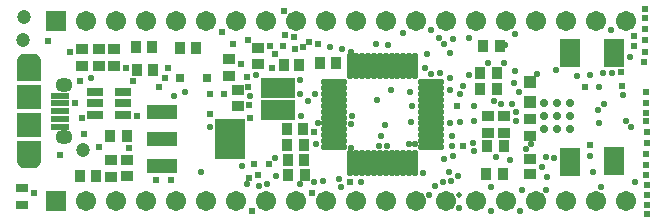
<source format=gts>
%FSTAX23Y23*%
%MOIN*%
%SFA1B1*%

%IPPOS*%
%ADD34O,0.019800X0.090700*%
%ADD35O,0.090700X0.019800*%
%ADD36R,0.035600X0.043400*%
%ADD37R,0.041500X0.037500*%
%ADD38R,0.071000X0.093800*%
%ADD39R,0.071000X0.094600*%
%ADD40R,0.039500X0.031600*%
%ADD41R,0.043400X0.035600*%
%ADD42R,0.037500X0.041500*%
%ADD43R,0.039500X0.039500*%
%ADD44R,0.114300X0.067100*%
%ADD45R,0.031600X0.031600*%
%ADD46R,0.055200X0.031600*%
%ADD47R,0.102500X0.047400*%
%ADD48R,0.102500X0.137900*%
%ADD49R,0.082800X0.078900*%
%ADD50R,0.061100X0.023700*%
%ADD51C,0.047400*%
%ADD52R,0.082800X0.070000*%
%ADD53R,0.082800X0.070000*%
%ADD54R,0.067100X0.067100*%
%ADD55C,0.067100*%
%ADD56O,0.082800X0.055200*%
%ADD57O,0.057200X0.049300*%
%ADD58C,0.023200*%
%ADD59C,0.023700*%
%ADD60C,0.019800*%
%ADD61C,0.027700*%
%LNpcb1-1*%
%LPD*%
G54D34*
X01226Y00566D03*
X01246D03*
X01265D03*
X01285D03*
X01305D03*
X01324D03*
X01344D03*
X01364D03*
X01383D03*
X01403D03*
X01423D03*
X01442D03*
Y00243D03*
X01423D03*
X01403D03*
X01383D03*
X01364D03*
X01344D03*
X01324D03*
X01305D03*
X01285D03*
X01265D03*
X01246D03*
X01226D03*
G54D35*
X01496Y00513D03*
Y00493D03*
Y00473D03*
Y00453D03*
Y00434D03*
Y00414D03*
Y00394D03*
Y00375D03*
Y00355D03*
Y00335D03*
Y00316D03*
Y00296D03*
X01173D03*
Y00316D03*
Y00335D03*
Y00355D03*
Y00375D03*
Y00394D03*
Y00414D03*
Y00434D03*
Y00453D03*
Y00473D03*
Y00493D03*
Y00513D03*
G54D36*
X00379Y002D03*
X00324D03*
X01738Y00298D03*
X01683D03*
X01679Y00206D03*
X01734D03*
X01715Y00541D03*
X0166D03*
X01724Y00633D03*
X01668D03*
X01014Y00357D03*
X01069D03*
X01016Y00302D03*
X01071D03*
X01072Y00254D03*
X01017D03*
X01018Y00203D03*
X01074D03*
X01715Y00488D03*
X0166D03*
X00657Y00627D03*
X00712D03*
X00511Y0063D03*
X00566D03*
X00426Y00331D03*
X00481D03*
X00515Y00553D03*
X0057D03*
G54D37*
X01825Y00205D03*
Y00256D03*
G54D38*
X02105Y0061D03*
X01957Y00608D03*
G54D39*
X02105Y00248D03*
X01957Y00246D03*
G54D40*
X00131Y00158D03*
Y00101D03*
G54D41*
X00822Y00589D03*
Y00534D03*
X01824Y00389D03*
Y00334D03*
X0174Y00398D03*
Y00343D03*
X01684Y00342D03*
Y00398D03*
X0092Y00626D03*
Y00571D03*
X00852Y00487D03*
Y00432D03*
X00332Y00621D03*
Y00566D03*
X00387Y00622D03*
Y00566D03*
X0044Y00622D03*
Y00567D03*
X00481Y00253D03*
Y00198D03*
X0043Y00252D03*
Y00197D03*
G54D42*
X01177Y00575D03*
X01126D03*
X01004Y00568D03*
X01055D03*
G54D43*
X01825Y00447D03*
Y00512D03*
G54D44*
X00984Y00493D03*
Y00418D03*
G54D45*
X0066Y00527D03*
X00747D03*
G54D46*
X00376Y00478D03*
Y00441D03*
Y00403D03*
X00467D03*
Y00441D03*
Y00478D03*
G54D47*
X00597Y00413D03*
Y00322D03*
Y00232D03*
G54D48*
X00826Y00322D03*
G54D49*
X00155Y0037D03*
Y00461D03*
G54D50*
X0026Y00466D03*
Y00441D03*
Y00364D03*
Y00415D03*
Y0039D03*
G54D51*
X00135Y00654D03*
X00139Y0073D03*
X00336Y00287D03*
G54D52*
X00155Y00549D03*
G54D53*
X00155Y00282D03*
G54D54*
X00246Y00116D03*
Y00716D03*
G54D55*
X00346Y00116D03*
X00446D03*
X00546D03*
X00646D03*
X00746D03*
X00846D03*
X00946D03*
X01046D03*
X01146D03*
X01246D03*
X01346D03*
X01446D03*
X01546D03*
X01646D03*
X01746D03*
X01846D03*
X01946D03*
X02046D03*
X02146D03*
X00346Y00716D03*
X00446D03*
X00546D03*
X00646D03*
X00746D03*
X00846D03*
X00946D03*
X01046D03*
X01146D03*
X01246D03*
X01346D03*
X01446D03*
X01546D03*
X01646D03*
X01746D03*
X01846D03*
X01946D03*
X02046D03*
X02146D03*
G54D56*
X00155Y0058D03*
Y00251D03*
G54D57*
X00273Y00328D03*
Y00503D03*
G54D58*
X01879Y00153D03*
X01231Y00399D03*
X01778Y00383D03*
X01779Y00413D03*
X01621Y00537D03*
X01603Y005D03*
X01557Y00485D03*
X00911Y00537D03*
X00975Y00259D03*
X01363Y00486D03*
X01315Y00452D03*
X01429Y00379D03*
X01348Y00298D03*
X01323Y00298D03*
X0133Y00332D03*
X01228Y00372D03*
X01342Y00369D03*
X01158Y00628D03*
X012Y00622D03*
X01228Y00611D03*
X01468Y00209D03*
X01758Y00254D03*
X01712Y00262D03*
X00866Y00234D03*
X00363Y00526D03*
X02159Y00595D03*
X01187Y00189D03*
X01134Y00183D03*
X01229Y00293D03*
X01421Y00306D03*
X01522Y00659D03*
X01538Y00639D03*
X0157Y00656D03*
X01621Y00658D03*
X01557Y0061D03*
X01524Y00542D03*
X01483Y00607D03*
X01475Y00559D03*
X01424Y0048D03*
X01433Y00434D03*
X01558Y00526D03*
X01684Y00576D03*
X01494Y0054D03*
X01593Y00471D03*
X01593Y00378D03*
X0164Y00431D03*
X01741Y00636D03*
X01494Y00686D03*
X00758Y00362D03*
X0151Y00167D03*
X0154Y00257D03*
X0149Y00137D03*
X01535Y00179D03*
X01561Y00184D03*
X01556Y00211D03*
X01567Y00267D03*
X01635Y00309D03*
X01566Y00298D03*
Y00332D03*
X01639Y00283D03*
X01729Y00438D03*
X01704Y0045D03*
X01765Y0044D03*
X0179Y00479D03*
X01772Y0051D03*
X01637Y00383D03*
X02025Y00537D03*
X02054Y00496D03*
X02099Y00541D03*
X01865Y00228D03*
X01883Y00195D03*
X01904Y00259D03*
X01877Y00262D03*
X02024Y00265D03*
X0159Y00093D03*
X01696Y00162D03*
X01739Y00576D03*
X01059Y00519D03*
X01194Y00163D03*
X01811Y00289D03*
X01108Y00472D03*
X01798Y00153D03*
X01584Y002D03*
X01106Y00178D03*
X01261Y00179D03*
X01062Y004D03*
X01442Y00305D03*
X00676Y00479D03*
X0064Y00465D03*
X02071Y00439D03*
X02135Y0047D03*
X02163Y00361D03*
X01774Y00674D03*
X01982Y00534D03*
X01776Y00548D03*
X02052Y00419D03*
X01913Y00554D03*
X01557Y00375D03*
X01402Y00675D03*
X01351Y00635D03*
X01113Y00307D03*
X01057Y00474D03*
X01084Y00448D03*
X02035Y00214D03*
X02061Y00163D03*
X02054Y00375D03*
X00881Y00172D03*
X00948Y00173D03*
X00922Y00165D03*
X00978Y00199D03*
X01313Y00638D03*
X01117Y00375D03*
X02176Y0018D03*
X02094Y00687D03*
X02068Y00543D03*
X0185Y00538D03*
X01828Y00306D03*
X02146Y00383D03*
X01792Y00081D03*
X01696D03*
X0106Y00172D03*
X00728Y00214D03*
X00891Y00466D03*
G54D59*
X01042Y00621D03*
X00883Y0053D03*
X0109Y00646D03*
X01118Y00638D03*
X01002Y00631D03*
X00974Y00607D03*
X00955Y00238D03*
X00905Y00238D03*
X0063Y00185D03*
X00307Y00441D03*
X01583Y00431D03*
X00501Y00516D03*
X00886Y00495D03*
X00804Y00472D03*
X01602Y00299D03*
X01226Y00179D03*
X01105Y00345D03*
X01068Y00628D03*
X00957Y00631D03*
X0089Y00437D03*
X00798Y0068D03*
X00835Y0064D03*
X0048Y0056D03*
X00619Y00558D03*
X00609Y00527D03*
X00588Y00496D03*
X02133Y005D03*
X02127Y00546D03*
X02206Y00578D03*
X02213Y00237D03*
X02213Y00381D03*
X02025Y00302D03*
X02008Y00497D03*
X02172Y00666D03*
X02173Y00633D03*
X02213Y0041D03*
X02215Y00347D03*
X02215Y00137D03*
X02212Y00202D03*
Y00274D03*
X02207Y00757D03*
Y00726D03*
Y00688D03*
Y00653D03*
X02207Y00613D03*
X02212Y00478D03*
X02213Y00444D03*
X02215Y00072D03*
Y00103D03*
X02214Y00169D03*
X02215Y0031D03*
X00919Y00201D03*
X00325Y00517D03*
X00884Y00653D03*
X00861Y00572D03*
X01007Y00668D03*
X00965Y00558D03*
X01098Y00144D03*
X00889Y00193D03*
X009Y00083D03*
X0076Y00407D03*
X00893Y00393D03*
X01006Y00748D03*
X01039Y00661D03*
X00218Y0065D03*
X00292Y00614D03*
X00759Y00472D03*
X00578Y00187D03*
X0039Y00297D03*
X00489Y00292D03*
X00514Y00399D03*
X00171Y00141D03*
X00338Y00338D03*
X00257Y00268D03*
X00332Y00391D03*
G54D60*
X0159Y00135D03*
G54D61*
X01872Y004D03*
Y00356D03*
X01915Y00356D03*
X01958D03*
X01915Y00399D03*
X01958D03*
X01871Y00443D03*
X01915D03*
X01958D03*
M02*
</source>
